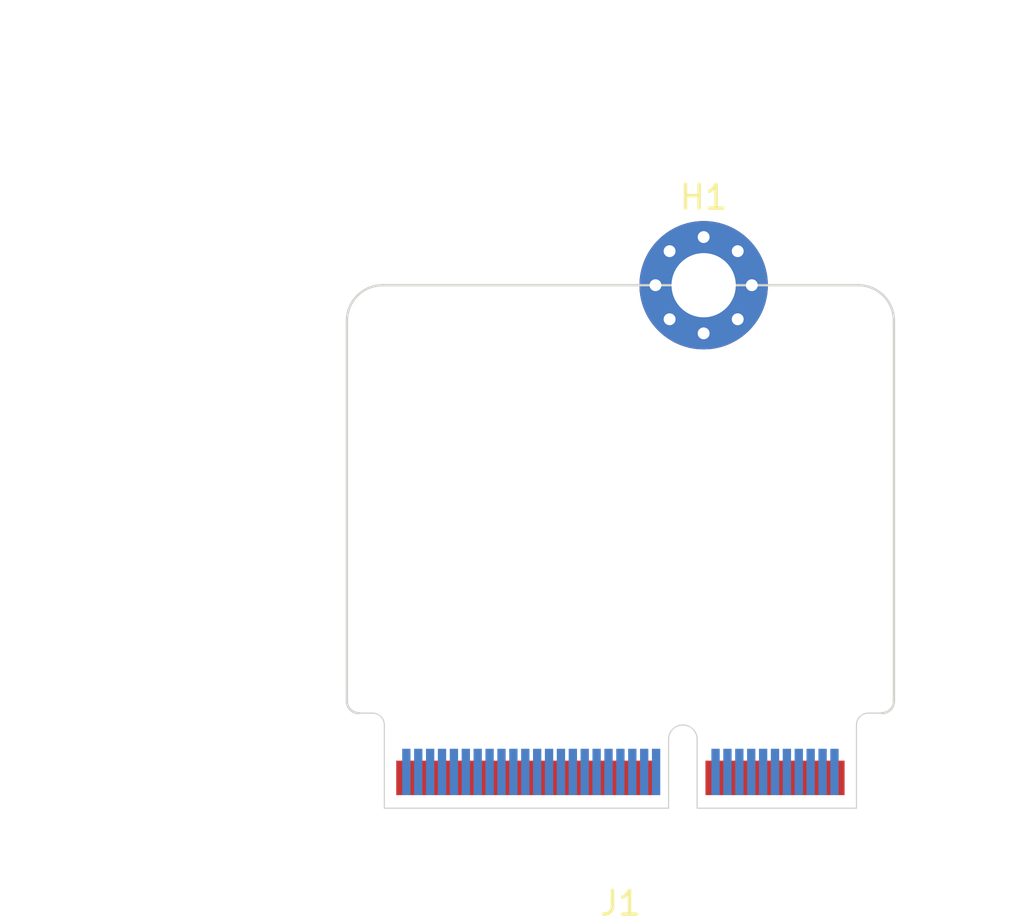
<source format=kicad_pcb>
(kicad_pcb (version 20201002) (generator pcbnew)

  (general
    (thickness 1.6)
  )

  (paper "A4")
  (layers
    (0 "F.Cu" signal)
    (31 "B.Cu" signal)
    (32 "B.Adhes" user "B.Adhesive")
    (33 "F.Adhes" user "F.Adhesive")
    (34 "B.Paste" user)
    (35 "F.Paste" user)
    (36 "B.SilkS" user "B.Silkscreen")
    (37 "F.SilkS" user "F.Silkscreen")
    (38 "B.Mask" user)
    (39 "F.Mask" user)
    (40 "Dwgs.User" user "User.Drawings")
    (41 "Cmts.User" user "User.Comments")
    (42 "Eco1.User" user "User.Eco1")
    (43 "Eco2.User" user "User.Eco2")
    (44 "Edge.Cuts" user)
    (45 "Margin" user)
    (46 "B.CrtYd" user "B.Courtyard")
    (47 "F.CrtYd" user "F.Courtyard")
    (48 "B.Fab" user)
    (49 "F.Fab" user)
    (50 "User.1" user)
    (51 "User.2" user)
    (52 "User.3" user)
    (53 "User.4" user)
    (54 "User.5" user)
    (55 "User.6" user)
    (56 "User.7" user)
    (57 "User.8" user)
    (58 "User.9" user)
  )

  (setup
    (aux_axis_origin 97 104)
    (pcbplotparams
      (layerselection 0x00010fc_ffffffff)
      (disableapertmacros false)
      (usegerberextensions false)
      (usegerberattributes true)
      (usegerberadvancedattributes true)
      (creategerberjobfile true)
      (svguseinch false)
      (svgprecision 6)
      (excludeedgelayer true)
      (plotframeref false)
      (viasonmask false)
      (mode 1)
      (useauxorigin false)
      (hpglpennumber 1)
      (hpglpenspeed 20)
      (hpglpendiameter 15.000000)
      (psnegative false)
      (psa4output false)
      (plotreference true)
      (plotvalue true)
      (plotinvisibletext false)
      (sketchpadsonfab false)
      (subtractmaskfromsilk false)
      (outputformat 1)
      (mirror false)
      (drillshape 1)
      (scaleselection 1)
      (outputdirectory "")
    )
  )


  (net 0 "")

  (module "SYSNAME:NGFF_E" (layer "F.Cu") (tedit 0) (tstamp 682eec4c-5986-41a2-890d-4d1e23e0c578)
    (at 108.5 104)
    (attr through_hole)
    (fp_text reference "J1" (at 0 4) (layer "F.SilkS")
      (effects (font (size 1 1) (thickness 0.15)))
      (tstamp 58cffee5-a07c-4a43-868a-86aea86b68fe)
    )
    (fp_text value "NGFF_E" (at 0 2) (layer "F.Fab")
      (effects (font (size 1 1) (thickness 0.15)))
      (tstamp 1cfb51f2-60cc-4c7f-a0fa-361e3cfc04c7)
    )
    (fp_poly (pts (xy -9.925 0)
      (xy 2.025 0)
      (xy 2.025 -2.5)
      (xy -9.925 -2.5)) (layer "B.Mask") (width 0.1) (tstamp 34e796a5-96c3-4d68-9f91-d1634858c56c))
    (fp_poly (pts (xy 3.225 0)
      (xy 9.925 0)
      (xy 9.925 -2.5)
      (xy 3.225 -2.5)) (layer "B.Mask") (width 0.1) (tstamp 52fac679-668a-4e7c-aa30-2ac49407fa8d))
    (fp_poly (pts (xy -9.925 0)
      (xy 2.025 0)
      (xy 2.025 -2)
      (xy -9.925 -2)) (layer "F.Mask") (width 0.1) (tstamp 91b7bc0c-76ce-44ec-a161-27a5ffdd7731))
    (fp_poly (pts (xy 3.225 0)
      (xy 9.925 0)
      (xy 9.925 -2)
      (xy 3.225 -2)) (layer "F.Mask") (width 0.1) (tstamp db794827-cfed-44e5-acf0-6e33fcd3a070))
    (fp_line (start 2.025 0) (end 2.025 -2.9) (layer "Edge.Cuts") (width 0.05) (tstamp 002263c7-d746-4b07-b6b9-7f59a5dc6799))
    (fp_line (start 3.225 -2.9) (end 3.225 0) (layer "Edge.Cuts") (width 0.05) (tstamp 0c8112d0-243b-45be-bfc4-003d1f77e5ef))
    (fp_line (start 9.925 0) (end 9.925 -3.5) (layer "Edge.Cuts") (width 0.05) (tstamp 390c728b-90ee-4f3a-a6a0-c055cfb705d7))
    (fp_line (start 3.225 0) (end 9.925 0) (layer "Edge.Cuts") (width 0.05) (tstamp 9248e12f-b9c4-42d5-aa61-f3823fe331f9))
    (fp_line (start -9.925 -3.5) (end -9.925 0) (layer "Edge.Cuts") (width 0.05) (tstamp 9713ed14-7137-46d8-a2d2-4c5b10d269d0))
    (fp_line (start 10.425 -4) (end 11 -4) (layer "Edge.Cuts") (width 0.05) (tstamp 9aa93c77-0af4-4464-8c64-2ed90cc7f56d))
    (fp_line (start -9.925 0) (end 0 0) (layer "Edge.Cuts") (width 0.05) (tstamp b6ede9d8-a028-497d-8085-9a02d5d48553))
    (fp_line (start 0 0) (end 2.025 0) (layer "Edge.Cuts") (width 0.05) (tstamp d6b51d6e-ee24-43ca-97f7-c090f8253881))
    (fp_line (start -11 -4) (end -10.425 -4) (layer "Edge.Cuts") (width 0.05) (tstamp f1ea78cf-55d4-4e1c-b918-cb1447cbf105))
    (fp_arc (start -10.425 -3.5) (end -10.425 -4) (angle 90) (layer "Edge.Cuts") (width 0.05) (tstamp 23dba8f7-a1ef-44a1-b024-6959e1be6fac))
    (fp_arc (start 2.625 -2.9) (end 2.025 -2.9) (angle 180) (layer "Edge.Cuts") (width 0.05) (tstamp c51195d8-de62-4ffa-8b2e-fd8ee664ab56))
    (fp_arc (start 10.425 -3.5) (end 9.925 -3.5) (angle 90) (layer "Edge.Cuts") (width 0.05) (tstamp c578bfe4-f619-4023-af1a-bc316cffe297))
    (pad "1" smd rect (at 9.25 -1.275) (size 0.35 1.45) (layers "F.Cu") (tstamp c1c61bc2-3fff-48c5-9273-da7a23ad5a89))
    (pad "2" smd rect (at 9 -1.525) (size 0.35 1.95) (layers "B.Cu") (tstamp b0f2dfb5-b0e2-48d7-b747-980e5ae5419d))
    (pad "3" smd rect (at 8.75 -1.275) (size 0.35 1.45) (layers "F.Cu") (tstamp 92c46e02-4023-4000-b59e-ff89708d9198))
    (pad "4" smd rect (at 8.5 -1.525) (size 0.35 1.95) (layers "B.Cu") (tstamp 5fc711d1-0e18-4b9c-94de-383450829283))
    (pad "5" smd rect (at 8.25 -1.275) (size 0.35 1.45) (layers "F.Cu") (tstamp 8a056f1f-4d14-4c24-8ecb-8bafb48445be))
    (pad "6" smd rect (at 8 -1.525) (size 0.35 1.95) (layers "B.Cu") (tstamp e5a89b17-edd0-4ab3-b2ea-50edd0033371))
    (pad "7" smd rect (at 7.75 -1.275) (size 0.35 1.45) (layers "F.Cu") (tstamp 025200f8-8cbf-4343-9016-a0b2fb650416))
    (pad "8" smd rect (at 7.5 -1.525) (size 0.35 1.95) (layers "B.Cu") (tstamp 3f117a2b-cc92-49c5-ac84-91c47cb9202e))
    (pad "9" smd rect (at 7.25 -1.275) (size 0.35 1.45) (layers "F.Cu") (tstamp 03dedfe0-13bc-4ca5-be18-2311fc85c0d8))
    (pad "10" smd rect (at 7 -1.525) (size 0.35 1.95) (layers "B.Cu") (tstamp 2795d165-7ec3-44cd-9cd7-b90e4e049ab6))
    (pad "11" smd rect (at 6.75 -1.275) (size 0.35 1.45) (layers "F.Cu") (tstamp e1a357eb-a19b-4da3-aace-db9d7e055a2c))
    (pad "12" smd rect (at 6.5 -1.525) (size 0.35 1.95) (layers "B.Cu") (tstamp 90f084b7-f5c5-4897-b2d7-ce59cc800542))
    (pad "13" smd rect (at 6.25 -1.275) (size 0.35 1.45) (layers "F.Cu") (tstamp a4555280-8ef8-4103-904a-1f3d31e5956f))
    (pad "14" smd rect (at 6 -1.525) (size 0.35 1.95) (layers "B.Cu") (tstamp 78622c58-2789-4eed-85ef-c216a4cc066f))
    (pad "15" smd rect (at 5.75 -1.275) (size 0.35 1.45) (layers "F.Cu") (tstamp a33d4c8e-0b83-43d0-8138-8d31ae4f1761))
    (pad "16" smd rect (at 5.5 -1.525) (size 0.35 1.95) (layers "B.Cu") (tstamp 0fc287a7-fb50-4ca2-80d4-ddc1295a4961))
    (pad "17" smd rect (at 5.25 -1.275) (size 0.35 1.45) (layers "F.Cu") (tstamp c180e3b1-ea06-4e71-950b-7b65f254026e))
    (pad "18" smd rect (at 5 -1.525) (size 0.35 1.95) (layers "B.Cu") (tstamp 8ed3f5ce-be90-42aa-ae44-4f1d1226fc8f))
    (pad "19" smd rect (at 4.75 -1.275) (size 0.35 1.45) (layers "F.Cu") (tstamp a3512f03-debe-4ecb-9156-d0341c3a43de))
    (pad "20" smd rect (at 4.5 -1.525) (size 0.35 1.95) (layers "B.Cu") (tstamp 90b9a7a2-034a-4ff3-adc2-041bf1796a99))
    (pad "21" smd rect (at 4.25 -1.275) (size 0.35 1.45) (layers "F.Cu") (tstamp f1fcac0b-f429-4498-b3ab-9d2f42865384))
    (pad "22" smd rect (at 4 -1.525) (size 0.35 1.95) (layers "B.Cu") (tstamp 5851850b-7564-4e8e-b8bc-6782e4f5fdf1))
    (pad "23" smd rect (at 3.75 -1.275) (size 0.35 1.45) (layers "F.Cu") (tstamp 164f4621-8123-41e3-a489-5e1acc58cf85))
    (pad "32" smd rect (at 1.5 -1.525) (size 0.35 1.95) (layers "B.Cu") (tstamp 635a8c27-b158-496e-b135-060465b378e7))
    (pad "33" smd rect (at 1.25 -1.275) (size 0.35 1.45) (layers "F.Cu") (tstamp 09dd9027-a0d5-4ad5-8bc0-fa9a8897d7e4))
    (pad "34" smd rect (at 1 -1.525) (size 0.35 1.95) (layers "B.Cu") (tstamp 03a28a6e-12e1-4a01-9307-38913212cc5d))
    (pad "35" smd rect (at 0.75 -1.275) (size 0.35 1.45) (layers "F.Cu") (tstamp 7d437317-4905-4059-b76d-38dd90739764))
    (pad "36" smd rect (at 0.5 -1.525) (size 0.35 1.95) (layers "B.Cu") (tstamp 7eb01d37-4f3a-4d99-b028-c5208dcbcc5b))
    (pad "37" smd rect (at 0.25 -1.275) (size 0.35 1.45) (layers "F.Cu") (tstamp ffd3dc0b-3b1d-4cbf-a9bb-be82f7bb2e60))
    (pad "38" smd rect (at 0 -1.525) (size 0.35 1.95) (layers "B.Cu") (tstamp 0bfd9099-90fc-4193-901f-f945158232fb))
    (pad "39" smd rect (at -0.25 -1.275) (size 0.35 1.45) (layers "F.Cu") (tstamp badf4f72-7f4d-4356-a3dc-26da3b05ad15))
    (pad "40" smd rect (at -0.5 -1.525) (size 0.35 1.95) (layers "B.Cu") (tstamp 1c9c4537-71f9-4215-820a-618416b1fcb7))
    (pad "41" smd rect (at -0.75 -1.275) (size 0.35 1.45) (layers "F.Cu") (tstamp e159295c-42d3-4042-b099-93c6c06a9d77))
    (pad "42" smd rect (at -1 -1.525) (size 0.35 1.95) (layers "B.Cu") (tstamp 770879e8-535f-4173-8ad8-a4f6b0198ae9))
    (pad "43" smd rect (at -1.25 -1.275) (size 0.35 1.45) (layers "F.Cu") (tstamp 14505d4d-3edc-41ae-a421-1625ca4f318d))
    (pad "44" smd rect (at -1.5 -1.525) (size 0.35 1.95) (layers "B.Cu") (tstamp fb3defc7-f957-4fdf-b809-d1eb093c0be3))
    (pad "45" smd rect (at -1.75 -1.275) (size 0.35 1.45) (layers "F.Cu") (tstamp 3e5d46fa-63b9-4508-8198-82fc60cd97a6))
    (pad "46" smd rect (at -2 -1.525) (size 0.35 1.95) (layers "B.Cu") (tstamp 94d2ff68-876e-48f2-9e00-76326e6216e7))
    (pad "47" smd rect (at -2.25 -1.275) (size 0.35 1.45) (layers "F.Cu") (tstamp 7e22a60c-8acb-4676-a61d-16e672173780))
    (pad "48" smd rect (at -2.5 -1.525) (size 0.35 1.95) (layers "B.Cu") (tstamp aa7ccbf0-5478-4147-bb25-8ec1b050052d))
    (pad "49" smd rect (at -2.75 -1.275) (size 0.35 1.45) (layers "F.Cu") (tstamp 36e1d00e-acf9-434c-b5cc-533a34bb522d))
    (pad "50" smd rect (at -3 -1.525) (size 0.35 1.95) (layers "B.Cu") (tstamp a7784004-42cc-4a11-a4ba-a7ab18c873df))
    (pad "51" smd rect (at -3.25 -1.275) (size 0.35 1.45) (layers "F.Cu") (tstamp 95ad46ac-432e-4006-a27d-9f5b29b667bb))
    (pad "52" smd rect (at -3.5 -1.525) (size 0.35 1.95) (layers "B.Cu") (tstamp 1ecd4f24-bfe3-4fa1-ade5-7904b08f8fb1))
    (pad "53" smd rect (at -3.75 -1.275) (size 0.35 1.45) (layers "F.Cu") (tstamp 0233e775-871b-4bc4-b16c-2c7f885e734e))
    (pad "54" smd rect (at -4 -1.525) (size 0.35 1.95) (layers "B.Cu") (tstamp 601db282-ab7d-406d-90de-72460f5824cc))
    (pad "55" smd rect (at -4.25 -1.275) (size 0.35 1.45) (layers "F.Cu") (tstamp 491e2ee5-2efc-4c6c-bd70-03c3204b3d00))
    (pad "56" smd rect (at -4.5 -1.525) (size 0.35 1.95) (layers "B.Cu") (tstamp a3a2ff08-ab60-452a-a87f-1e26ec6f5637))
    (pad "57" smd rect (at -4.75 -1.275) (size 0.35 1.45) (layers "F.Cu") (tstamp f218e805-5913-4cef-b893-990f1ef72e08))
    (pad "58" smd rect (at -5 -1.525) (size 0.35 1.95) (layers "B.Cu") (tstamp 8475c3c5-2b65-494c-a287-70770bb234dc))
    (pad "59" smd rect (at -5.25 -1.275) (size 0.35 1.45) (layers "F.Cu") (tstamp b97804f8-8a38-4171-899c-7a0f7ca05653))
    (pad "60" smd rect (at -5.5 -1.525) (size 0.35 1.95) (layers "B.Cu") (tstamp 6b2a7a18-16e9-4da0-9e52-49df627b39f8))
    (pad "61" smd rect (at -5.75 -1.275) (size 0.35 1.45) (layers "F.Cu") (tstamp c52cb992-4165-43a4-a267-663343c323d5))
    (pad "62" smd rect (at -6 -1.525) (size 0.35 1.95) (layers "B.Cu") (tstamp 37af6736-00b5-4091-ab17-8f7efe92e887))
    (pad "63" smd rect (at -6.25 -1.275) (size 0.35 1.45) (layers "F.Cu") (tstamp 36240238-e588-4e71-8720-44350605439e))
    (pad "64" smd rect (at -6.5 -1.525) (size 0.35 1.95) (layers "B.Cu") (tstamp 0ae3c082-b1da-4147-9cda-e8fbdfe895ee))
    (pad "65" smd rect (at -6.75 -1.275) (size 0.35 1.45) (layers "F.Cu") (tstamp dad59f17-7e4d-4ef2-8cbd-fa26ccf75b00))
    (pad "66" smd rect (at -7 -1.525) (size 0.35 1.95) (layers "B.Cu") (tstamp 0a158404-19e6-41d6-8d8a-c15b8879bd31))
    (pad "67" smd rect (at -7.25 -1.275) (size 0.35 1.45) (layers "F.Cu") (tstamp ea790471-687e-4b6b-9c4e-f108a24616cf))
    (pad "68" smd rect (at -7.5 -1.525) (size 0.35 1.95) (layers "B.Cu") (tstamp 50996b0c-0c49-4e2f-ad0a-e88212be65da))
    (pad "69" smd rect (at -7.75 -1.275) (size 0.35 1.45) (layers "F.Cu") (tstamp ec8d88e0-8453-4581-8522-4b0f636a8cc5))
    (pad "70" smd rect (at -8 -1.525) (size 0.35 1.95) (layers "B.Cu") (tstamp c7afd9e4-b741-4dce-ac33-4cdce5a81e3d))
    (pad "71" smd rect (at -8.25 -1.275) (size 0.35 1.45) (layers "F.Cu") (tstamp 96215dfd-c95d-43f7-93b1-9bd120cb7d23))
    (pad "72" smd rect (at -8.5 -1.525) (size 0.35 1.95) (layers "B.Cu") (tstamp 42a426aa-76d5-419c-a121-3192a8371abb))
    (pad "73" smd rect (at -8.75 -1.275) (size 0.35 1.45) (layers "F.Cu") (tstamp 1e95148a-2649-4a45-a7da-905156b1cc19))
    (pad "74" smd rect (at -9 -1.525) (size 0.35 1.95) (layers "B.Cu") (tstamp 6def57f4-7461-4d54-9e5a-777a15d5b792))
    (pad "75" smd rect (at -9.25 -1.275) (size 0.35 1.45) (layers "F.Cu") (tstamp 70b6a23d-6e34-43fa-b5f6-f18b2a1b1bf0))
  )

  (module "MountingHole:MountingHole_2.7mm_M2.5_Pad_Via" (layer "F.Cu") (tedit 56DDBBFF) (tstamp efcfe687-23e1-4b2f-a68b-0c20b29d7606)
    (at 112 82)
    (descr "Mounting Hole 2.7mm")
    (tags "mounting hole 2.7mm")
    (attr exclude_from_pos_files exclude_from_bom)
    (fp_text reference "H1" (at 0 -3.7) (layer "F.SilkS")
      (effects (font (size 1 1) (thickness 0.15)))
      (tstamp af25a5a7-bfb5-4659-80ba-aebcc1a9926d)
    )
    (fp_text value "MountingHole_2.7mm_M2.5_Pad_Via" (at 0 3.7) (layer "F.Fab")
      (effects (font (size 1 1) (thickness 0.15)))
      (tstamp 46995f28-a256-4181-81e6-28386d04c265)
    )
    (fp_text user "${REFERENCE}" (at 0.3 0) (layer "F.Fab")
      (effects (font (size 1 1) (thickness 0.15)))
      (tstamp 019231f2-7cd8-4a2c-8b9a-d87e3aa7b423)
    )
    (fp_circle (center 0 0) (end 2.7 0) (layer "Cmts.User") (width 0.15) (tstamp 9e94f905-30e7-4b9d-9532-70b9d96ee7da))
    (fp_circle (center 0 0) (end 2.95 0) (layer "F.CrtYd") (width 0.05) (tstamp 6e8511dc-fc0c-4a1a-8658-27d8c7f42435))
    (pad "1" thru_hole circle (at 1.431891 -1.431891) (size 0.8 0.8) (drill 0.5) (layers *.Cu *.Mask) (tstamp 1a6e4403-f462-41b1-8d36-1be0beb522eb))
    (pad "1" thru_hole circle (at 1.431891 1.431891) (size 0.8 0.8) (drill 0.5) (layers *.Cu *.Mask) (tstamp 496c66e5-87ef-4eae-97ca-27636d35fe5b))
    (pad "1" thru_hole circle (at -2.025 0) (size 0.8 0.8) (drill 0.5) (layers *.Cu *.Mask) (tstamp 57b81387-f81b-4162-a2e8-8ab25ad4371b))
    (pad "1" thru_hole circle (at 0 -2.025) (size 0.8 0.8) (drill 0.5) (layers *.Cu *.Mask) (tstamp 75ea8219-1ecd-4110-bb75-57df1d5603fc))
    (pad "1" thru_hole circle (at -1.431891 -1.431891) (size 0.8 0.8) (drill 0.5) (layers *.Cu *.Mask) (tstamp 7b53df29-3d96-4818-9b51-9e0ea24bddd6))
    (pad "1" thru_hole circle (at 0 0) (size 5.4 5.4) (drill 2.7) (layers *.Cu *.Mask) (tstamp 953ca2b3-063b-49bd-a2b7-9a4768d1f145))
    (pad "1" thru_hole circle (at 2.025 0) (size 0.8 0.8) (drill 0.5) (layers *.Cu *.Mask) (tstamp a2a51207-803c-4253-8e91-ac5e19b7b4c1))
    (pad "1" thru_hole circle (at 0 2.025) (size 0.8 0.8) (drill 0.5) (layers *.Cu *.Mask) (tstamp bdf5e592-0fec-4f46-9c3d-2605f1e50440))
    (pad "1" thru_hole circle (at -1.431891 1.431891) (size 0.8 0.8) (drill 0.5) (layers *.Cu *.Mask) (tstamp c287db1b-cad2-4a94-aebd-bb968a19c6ff))
  )

  (gr_arc (start 98.5 83.5) (end 98.5 82) (angle -90) (layer "Edge.Cuts") (width 0.1) (tstamp 377e96a2-e874-45cd-82a0-d363a6e33d03))
  (gr_line (start 98.5 82) (end 118.5 82) (layer "Edge.Cuts") (width 0.1) (tstamp 648dddb2-5243-4780-8210-80fd46194193))
  (gr_arc (start 97.5 99.5) (end 97.5 100) (angle 90) (layer "Edge.Cuts") (width 0.1) (tstamp 90872d1f-b435-47a6-b5a8-80219fae190f))
  (gr_arc (start 119.5 99.5) (end 119.5 100) (angle -90) (layer "Edge.Cuts") (width 0.1) (tstamp 9da21419-3476-4a36-a432-b9c8ef610e8a))
  (gr_line (start 97 99.5) (end 97 83.5) (layer "Edge.Cuts") (width 0.1) (tstamp a7b29058-c421-4337-9b35-d8abe537dde2))
  (gr_line (start 120 83.5) (end 120 99.5) (layer "Edge.Cuts") (width 0.1) (tstamp e4a712c6-3afe-47c5-9ec6-035dd8e73dda))
  (gr_arc (start 118.5 83.5) (end 118.5 82) (angle 90) (layer "Edge.Cuts") (width 0.1) (tstamp fb4ba74a-1ec8-4209-84d3-37211c719ed4))
  (dimension (type aligned) (layer "Cmts.User") (tstamp 3a2a29f7-bac3-4e7c-aae9-c00d4abbafa1)
    (pts (xy 97 82) (xy 120 82))
    (height -10)
    (gr_text "23.0000 mm" (at 108.5 70.85) (layer "Cmts.User") (tstamp 3a2a29f7-bac3-4e7c-aae9-c00d4abbafa1)
      (effects (font (size 1 1) (thickness 0.15)))
    )
    (format (units 2) (units_format 1) (precision 4))
    (style (thickness 0.15) (arrow_length 1.27) (text_position_mode 0) (extension_height 0.58642) (extension_offset 0.5) keep_text_aligned)
  )
  (dimension (type aligned) (layer "Cmts.User") (tstamp bad52a82-8240-4324-b212-1c6789009ca2)
    (pts (xy 112 82) (xy 97 82))
    (height 5.5)
    (gr_text "15.0000 mm" (at 104.5 75.35) (layer "Cmts.User") (tstamp bad52a82-8240-4324-b212-1c6789009ca2)
      (effects (font (size 1 1) (thickness 0.15)))
    )
    (format (units 2) (units_format 1) (precision 4))
    (style (thickness 0.1) (arrow_length 1.27) (text_position_mode 0) (extension_height 0.58642) (extension_offset 0.5) keep_text_aligned)
  )
  (dimension (type aligned) (layer "Cmts.User") (tstamp d51942ee-c455-4cba-9bbb-b03fac7c7a31)
    (pts (xy 97 82) (xy 97 104))
    (height 8.5)
    (gr_text "22.0000 mm" (at 87.35 93 270) (layer "Cmts.User") (tstamp d51942ee-c455-4cba-9bbb-b03fac7c7a31)
      (effects (font (size 1 1) (thickness 0.15)))
    )
    (format (units 2) (units_format 1) (precision 4))
    (style (thickness 0.15) (arrow_length 1.27) (text_position_mode 0) (extension_height 0.58642) (extension_offset 0.5) keep_text_aligned)
  )

)

</source>
